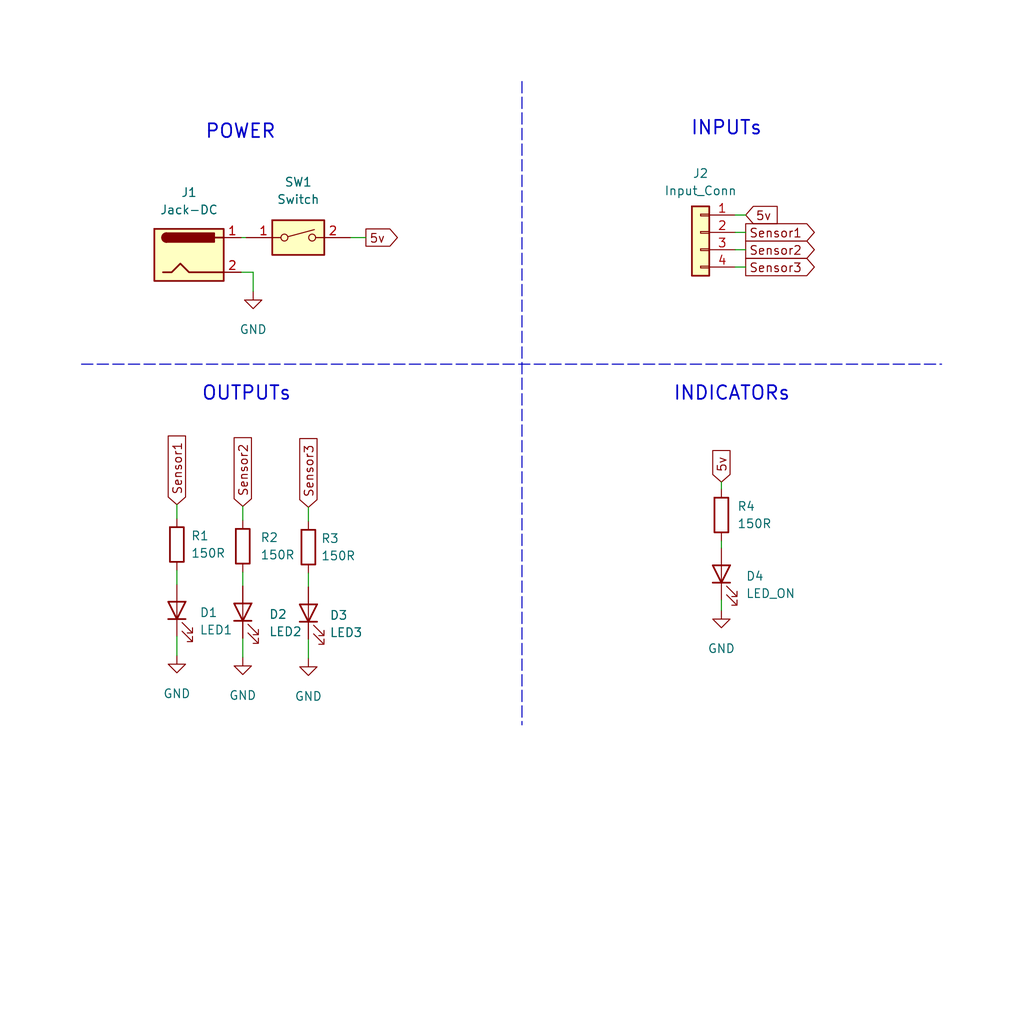
<source format=kicad_sch>
(kicad_sch (version 20211123) (generator eeschema)
  (paper "User" 150.012 150.012)
  (title_block (title "AGH0") (date "2023-12-31") (rev "1.0") (company "AG") (comment 1 "TFA-L0 Only"))
  (lib_symbols
    (symbol "Connector:Jack-DC" (pin_names (offset 1.016))
      (property "Reference" "J" (at 0 5.334 0))
      (property "Value" "Jack-DC" (at 0 -5.08 0))
      (symbol "Jack-DC_0_1"
        (rectangle (start -5.08 3.81) (end 5.08 -3.81) (stroke (width 0.254)) (fill (type background)))
        (arc (start -3.302 3.175) (mid -3.937 2.54) (end -3.302 1.905) (stroke (width 0.254)))
        (arc (start -3.302 3.175) (mid -3.937 2.54) (end -3.302 1.905) (stroke (width 0.254)) (fill (type outline)))
        (polyline (pts (xy 5.08 2.54) (xy 3.81 2.54)) (stroke (width 0.254)))
        (polyline (pts (xy -3.81 -2.54) (xy -2.54 -2.54) (xy -1.27 -1.27) (xy 0 -2.54) (xy 2.54 -2.54) (xy 5.08 -2.54)) (stroke (width 0.254)))
        (rectangle (start 3.683 3.175) (end -3.302 1.905) (stroke (width 0.254)) (fill (type outline)))
      )
      (symbol "Jack-DC_1_1"
        (pin passive line (at 7.62 2.54 180) (length 2.54) (name "~") (number "1"))
        (pin passive line (at 7.62 -2.54 180) (length 2.54) (name "~") (number "2"))
      )
    )
    (symbol "Connector_Generic:Conn_01x04" (pin_names (offset 1.016) hide)
      (property "Reference" "J" (at 0 5.08 0))
      (property "Value" "Conn_01x04" (at 0 -7.62 0))
      (symbol "Conn_01x04_1_1"
        (rectangle (start -1.27 -4.953) (end 0 -5.207) (stroke (width 0.1524)))
        (rectangle (start -1.27 -2.413) (end 0 -2.667) (stroke (width 0.1524)))
        (rectangle (start -1.27 0.127) (end 0 -0.127) (stroke (width 0.1524)))
        (rectangle (start -1.27 2.667) (end 0 2.413) (stroke (width 0.1524)))
        (rectangle (start -1.27 3.81) (end 1.27 -6.35) (stroke (width 0.254)) (fill (type background)))
        (pin passive line (at -5.08 2.54 0) (length 3.81) (name "Pin_1") (number "1"))
        (pin passive line (at -5.08 0 0) (length 3.81) (name "Pin_2") (number "2"))
        (pin passive line (at -5.08 -2.54 0) (length 3.81) (name "Pin_3") (number "3"))
        (pin passive line (at -5.08 -5.08 0) (length 3.81) (name "Pin_4") (number "4"))
      )
    )
    (symbol "Device:LED" (pin_numbers hide) (pin_names (offset 1.016) hide)
      (property "Reference" "D" (at 0 2.54 0))
      (property "Value" "LED" (at 0 -2.54 0))
      (symbol "LED_0_1"
        (polyline (pts (xy -1.27 -1.27) (xy -1.27 1.27)) (stroke (width 0.254)))
        (polyline (pts (xy -1.27 0) (xy 1.27 0)))
        (polyline (pts (xy 1.27 -1.27) (xy 1.27 1.27) (xy -1.27 0) (xy 1.27 -1.27)) (stroke (width 0.254)))
        (polyline (pts (xy -3.048 -0.762) (xy -4.572 -2.286) (xy -3.81 -2.286) (xy -4.572 -2.286) (xy -4.572 -1.524)))
        (polyline (pts (xy -1.778 -0.762) (xy -3.302 -2.286) (xy -2.54 -2.286) (xy -3.302 -2.286) (xy -3.302 -1.524)))
      )
      (symbol "LED_1_1"
        (pin passive line (at -3.81 0 0) (length 2.54) (name "K") (number "1"))
        (pin passive line (at 3.81 0 180) (length 2.54) (name "A") (number "2"))
      )
    )
    (symbol "Device:R" (pin_numbers hide) (pin_names (offset 0))
      (property "Reference" "R" (at 2.032 0 90))
      (property "Value" "R" (at 0 0 90))
      (symbol "R_0_1"
        (rectangle (start -1.016 -2.54) (end 1.016 2.54) (stroke (width 0.254)))
      )
      (symbol "R_1_1"
        (pin passive line (at 0 3.81 270) (length 1.27) (name "~") (number "1"))
        (pin passive line (at 0 -3.81 90) (length 1.27) (name "~") (number "2"))
      )
    )
    (symbol "Switch:SW_DIP_x01" (pin_names (offset 0) hide)
      (property "Reference" "SW" (at 0 3.81 0))
      (property "Value" "SW_DIP_x01" (at 0 -3.81 0))
      (symbol "SW_DIP_x01_0_0"
        (circle (center -2.032 0) (radius 0.508))
        (polyline (pts (xy -1.524 0.127) (xy 2.3622 1.1684)))
        (circle (center 2.032 0) (radius 0.508))
      )
      (symbol "SW_DIP_x01_0_1"
        (rectangle (start -3.81 2.54) (end 3.81 -2.54) (stroke (width 0.254)) (fill (type background)))
      )
      (symbol "SW_DIP_x01_1_1"
        (pin passive line (at -7.62 0 0) (length 5.08) (name "~") (number "1"))
        (pin passive line (at 7.62 0 180) (length 5.08) (name "~") (number "2"))
      )
    )
    (symbol "power:GND" (power) (pin_names (offset 0))
      (property "Value" "GND" (at 0 -3.81 0))
      (symbol "GND_0_1"
        (polyline (pts (xy 0 0) (xy 0 -1.27) (xy 1.27 -1.27) (xy 0 -2.54) (xy -1.27 -1.27) (xy 0 -1.27)))
      )
      (symbol "GND_1_1"
        (pin power_in line (at 0 0 270) (length 0) hide (name "GND") (number "1"))
      )
    )
  )
  (wire (pts (xy 107.696 36.576) (xy 109.22 36.576)))
  (wire (pts (xy 107.696 34.036) (xy 109.22 34.036)))
  (wire (pts (xy 105.664 70.612) (xy 105.664 71.628)))
  (wire (pts (xy 35.56 93.472) (xy 35.56 96.266)))
  (wire (pts (xy 105.664 79.248) (xy 105.664 80.264)))
  (wire (pts (xy 25.908 93.218) (xy 25.908 96.012)))
  (wire (pts (xy 51.308 34.798) (xy 53.594 34.798)))
  (wire (pts (xy 35.306 39.878) (xy 37.084 39.878)))
  (wire (pts (xy 107.696 31.496) (xy 109.22 31.496)))
  (wire (pts (xy 25.908 83.566) (xy 25.908 85.598)))
  (wire (pts (xy 107.696 39.116) (xy 109.22 39.116)))
  (wire (pts (xy 37.084 39.878) (xy 37.084 42.672)))
  (wire (pts (xy 35.56 74.168) (xy 35.56 76.2)))
  (wire (pts (xy 45.1701 93.6069) (xy 45.1701 96.4009)))
  (wire (pts (xy 45.1701 83.9549) (xy 45.1701 85.9869)))
  (wire (pts (xy 35.306 34.798) (xy 36.068 34.798)))
  (polyline (pts (xy 11.938 53.34) (xy 137.922 53.34)))
  (polyline (pts (xy 76.454 11.938) (xy 76.454 106.172)))
  (wire (pts (xy 105.664 87.884) (xy 105.664 89.408)))
  (wire (pts (xy 25.908 73.914) (xy 25.908 75.946)))
  (wire (pts (xy 35.56 83.82) (xy 35.56 85.852)))
  (wire (pts (xy 45.1701 74.3029) (xy 45.1701 76.3349)))
  (text "POWER" (at 29.972 20.574 0) (effects (font (size 2 2) (thickness 0.254) bold) (justify left bottom)))
  (text "OUTPUTs" (at 29.464 58.928 0) (effects (font (size 2 2) (thickness 0.254) bold) (justify left bottom)))
  (text "INPUTs" (at 101.092 20.066 0) (effects (font (size 2 2) (thickness 0.254) bold) (justify left bottom)))
  (text "INDICATORs" (at 98.552 58.928 0) (effects (font (size 2 2) (thickness 0.254) bold) (justify left bottom)))
  (global_label "Sensor3" (shape input) (at 45.1701 74.3029 90) (property "Intersheet References" "${INTERSHEET_REFS}" (effects hide)))
  (global_label "Sensor1" (shape output) (at 109.22 34.036 0) (property "Intersheet References" "${INTERSHEET_REFS}" (effects hide)))
  (global_label "5v" (shape input) (at 105.664 70.612 90) (property "Intersheet References" "${INTERSHEET_REFS}" (effects hide)))
  (global_label "Sensor1" (shape input) (at 25.908 73.914 90) (property "Intersheet References" "${INTERSHEET_REFS}" (effects hide)))
  (global_label "Sensor3" (shape output) (at 109.22 39.116 0) (property "Intersheet References" "${INTERSHEET_REFS}" (effects hide)))
  (global_label "5v" (shape input) (at 109.22 31.496 0) (property "Intersheet References" "${INTERSHEET_REFS}" (effects hide)))
  (global_label "5v" (shape output) (at 53.594 34.798 0) (property "Intersheet References" "${INTERSHEET_REFS}" (effects hide)))
  (global_label "Sensor2" (shape input) (at 35.56 74.168 90) (property "Intersheet References" "${INTERSHEET_REFS}" (effects hide)))
  (global_label "Sensor2" (shape output) (at 109.22 36.576 0) (property "Intersheet References" "${INTERSHEET_REFS}" (effects hide)))
  (symbol (lib_id "power:GND") (at 37.084 42.672 0) (unit 1)
    (property "Reference" "#PWR0103" (effects hide))
    (property "Value" "GND" (at 37.084 48.26 0))
  )
  (symbol (lib_id "Device:R") (at 105.664 75.438 0) (unit 1)
    (property "Reference" "R4" (at 107.95 74.1679 0) (effects (justify left)))
    (property "Value" "150R" (at 107.95 76.7079 0) (effects (justify left)))
    (property "Footprint" "Resistor_THT:R_Axial_DIN0204_L3.6mm_D1.6mm_P7.62mm_Horizontal" (effects hide))
  )
  (symbol (lib_id "power:GND") (at 35.56 96.266 0) (unit 1)
    (property "Reference" "#PWR0101" (effects hide))
    (property "Value" "GND" (at 35.56 101.854 0))
  )
  (symbol (lib_id "Device:LED") (at 25.908 89.408 90) (unit 1)
    (property "Reference" "D1" (at 29.21 89.7254 90) (effects (justify right)))
    (property "Value" "LED1" (at 29.21 92.2654 90) (effects (justify right)))
    (property "Footprint" "LED_THT:LED_D5.0mm" (effects hide))
  )
  (symbol (lib_id "power:GND") (at 45.1701 96.4009 0) (unit 1)
    (property "Reference" "#PWR0104" (effects hide))
    (property "Value" "GND" (at 45.1701 101.9889 0))
  )
  (symbol (lib_id "Device:R") (at 25.908 79.756 0) (unit 1)
    (property "Reference" "R1" (at 27.94 78.4859 0) (effects (justify left)))
    (property "Value" "150R" (at 27.94 81.0259 0) (effects (justify left)))
    (property "Footprint" "Resistor_THT:R_Axial_DIN0204_L3.6mm_D1.6mm_P7.62mm_Horizontal" (effects hide))
  )
  (symbol (lib_id "power:GND") (at 25.908 96.012 0) (unit 1)
    (property "Reference" "#PWR0102" (effects hide))
    (property "Value" "GND" (at 25.908 101.6 0))
  )
  (symbol (lib_id "Switch:SW_DIP_x01") (at 43.688 34.798 0) (unit 1)
    (property "Reference" "SW1" (at 43.688 26.67 0))
    (property "Value" "Switch" (at 43.688 29.21 0))
    (property "Footprint" "TerminalBlock_4Ucon:TerminalBlock_4Ucon_1x02_P3.50mm_Horizontal" (effects hide))
  )
  (symbol (lib_id "Connector_Generic:Conn_01x04") (at 102.616 34.036 0) (mirror y) (unit 1)
    (property "Reference" "J2" (at 102.616 25.4 0))
    (property "Value" "Input_Conn" (at 102.616 27.94 0))
    (property "Footprint" "TerminalBlock_4Ucon:TerminalBlock_4Ucon_1x04_P3.50mm_Horizontal" (effects hide))
  )
  (symbol (lib_id "Connector:Jack-DC") (at 27.686 37.338 0) (unit 1)
    (property "Reference" "J1" (at 27.686 28.194 0))
    (property "Value" "Jack-DC" (at 27.686 30.734 0))
    (property "Footprint" "Connector_BarrelJack:BarrelJack_Horizontal" (effects hide))
  )
  (symbol (lib_id "power:GND") (at 105.664 89.408 0) (unit 1)
    (property "Reference" "#PWR0105" (effects hide))
    (property "Value" "GND" (at 105.664 94.996 0))
  )
  (symbol (lib_id "Device:LED") (at 35.56 89.662 90) (unit 1)
    (property "Reference" "D2" (at 39.37 89.9794 90) (effects (justify right)))
    (property "Value" "LED2" (at 39.37 92.5194 90) (effects (justify right)))
    (property "Footprint" "LED_THT:LED_D5.0mm" (effects hide))
  )
  (symbol (lib_id "Device:R") (at 45.1701 80.1449 0) (unit 1)
    (property "Reference" "R3" (at 46.99 78.8748 0) (effects (justify left)))
    (property "Value" "150R" (at 46.99 81.4148 0) (effects (justify left)))
    (property "Footprint" "Resistor_THT:R_Axial_DIN0204_L3.6mm_D1.6mm_P7.62mm_Horizontal" (effects hide))
  )
  (symbol (lib_id "Device:LED") (at 45.1701 89.7969 90) (unit 1)
    (property "Reference" "D3" (at 48.26 90.1143 90) (effects (justify right)))
    (property "Value" "LED3" (at 48.26 92.6543 90) (effects (justify right)))
    (property "Footprint" "LED_THT:LED_D5.0mm" (effects hide))
  )
  (symbol (lib_id "Device:LED") (at 105.664 84.074 90) (unit 1)
    (property "Reference" "D4" (at 109.22 84.3914 90) (effects (justify right)))
    (property "Value" "LED_ON" (at 109.22 86.9314 90) (effects (justify right)))
    (property "Footprint" "LED_THT:LED_D5.0mm" (effects hide))
  )
  (symbol (lib_id "Device:R") (at 35.56 80.01 0) (unit 1)
    (property "Reference" "R2" (at 38.1 78.7399 0) (effects (justify left)))
    (property "Value" "150R" (at 38.1 81.2799 0) (effects (justify left)))
    (property "Footprint" "Resistor_THT:R_Axial_DIN0204_L3.6mm_D1.6mm_P7.62mm_Horizontal" (effects hide))
  )
)
</source>
